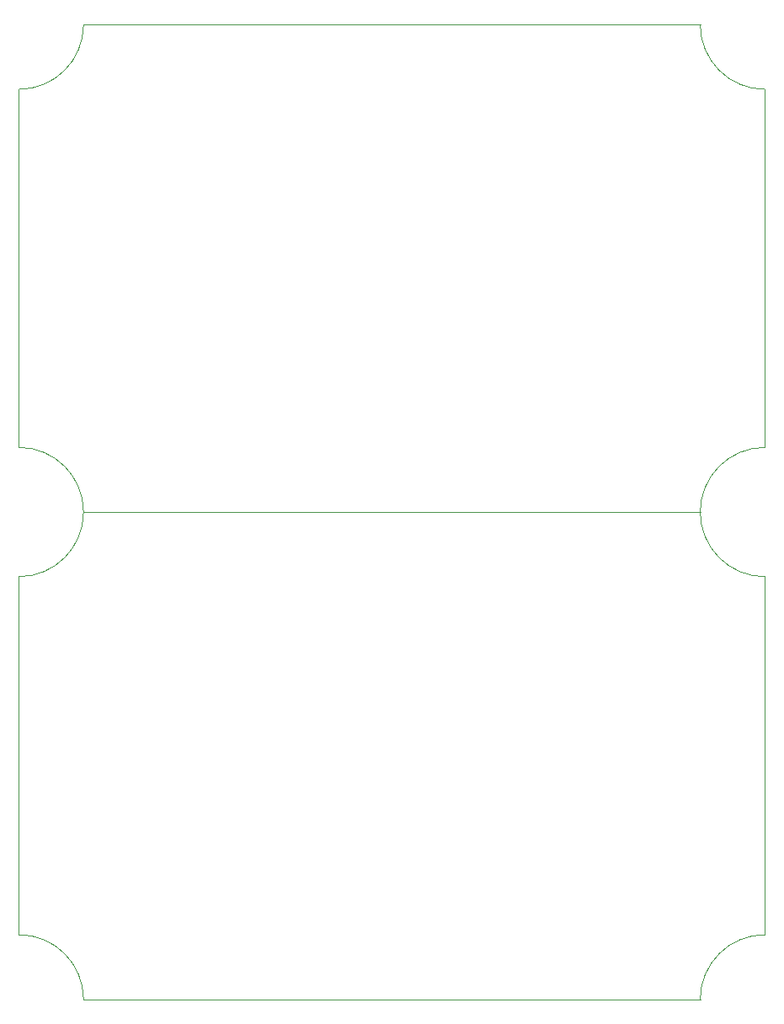
<source format=gbr>
G04 #@! TF.GenerationSoftware,KiCad,Pcbnew,5.1.5-52549c5~86~ubuntu18.04.1*
G04 #@! TF.CreationDate,2020-07-25T13:33:00-05:00*
G04 #@! TF.ProjectId,noname,6e6f6e61-6d65-42e6-9b69-6361645f7063,rev?*
G04 #@! TF.SameCoordinates,Original*
G04 #@! TF.FileFunction,Profile,NP*
%FSLAX46Y46*%
G04 Gerber Fmt 4.6, Leading zero omitted, Abs format (unit mm)*
G04 Created by KiCad (PCBNEW 5.1.5-52549c5~86~ubuntu18.04.1) date 2020-07-25 13:33:00*
%MOMM*%
%LPD*%
G04 APERTURE LIST*
%ADD10C,0.050000*%
G04 APERTURE END LIST*
D10*
X117295000Y-79785000D02*
X179295000Y-79785000D01*
X110795000Y-86285000D02*
X110795000Y-122285000D01*
X110795000Y-122285000D02*
G75*
G02X117295000Y-128785000I0J-6500000D01*
G01*
X110795000Y-86285000D02*
G75*
G03X117295000Y-79785000I0J6500000D01*
G01*
X179295000Y-79785000D02*
G75*
G03X185795000Y-86285000I6500000J0D01*
G01*
X117295000Y-128785000D02*
X179295000Y-128785000D01*
X179295000Y-128785000D02*
G75*
G02X185795000Y-122285000I6500000J0D01*
G01*
X185795000Y-86285000D02*
X185795000Y-122285000D01*
X179295000Y-79785000D02*
G75*
G02X185795000Y-73285000I6500000J0D01*
G01*
X179295000Y-30785000D02*
G75*
G03X185795000Y-37285000I6500000J0D01*
G01*
X110795000Y-73285000D02*
G75*
G02X117295000Y-79785000I0J-6500000D01*
G01*
X110795000Y-37285000D02*
G75*
G03X117295000Y-30785000I0J6500000D01*
G01*
X185795000Y-37285000D02*
X185795000Y-73285000D01*
X110795000Y-37285000D02*
X110795000Y-73285000D01*
X117295000Y-79785000D02*
X179295000Y-79785000D01*
X117295000Y-30785000D02*
X179295000Y-30785000D01*
M02*

</source>
